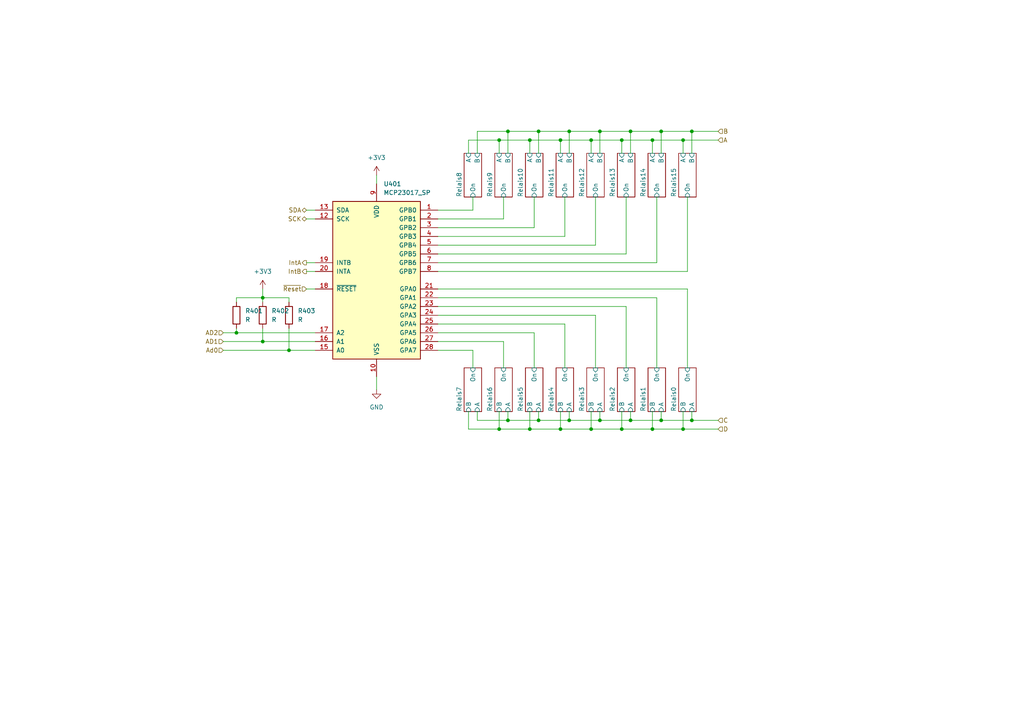
<source format=kicad_sch>
(kicad_sch (version 20211123) (generator eeschema)
  (paper "A4")
  (lib_symbols
    (symbol "Device:R" (pin_numbers hide) (pin_names (offset 0))
      (property "Reference" "R" (at 2.032 0 90))
      (property "Value" "R" (at 0 0 90))
      (symbol "R_0_1"
        (rectangle (start -1.016 -2.54) (end 1.016 2.54) (stroke (width 0.254)))
      )
      (symbol "R_1_1"
        (pin passive line (at 0 3.81 270) (length 1.27) (name "~") (number "1"))
        (pin passive line (at 0 -3.81 90) (length 1.27) (name "~") (number "2"))
      )
    )
    (symbol "Interface_Expansion:MCP23017_SP" (pin_names (offset 1.016))
      (property "Reference" "U" (at -11.43 24.13 0))
      (property "Value" "MCP23017_SP" (at 0 0 0))
      (symbol "MCP23017_SP_0_1"
        (rectangle (start -12.7 22.86) (end 12.7 -22.86) (stroke (width 0.254)) (fill (type background)))
      )
      (symbol "MCP23017_SP_1_1"
        (pin bidirectional line (at 17.78 20.32 180) (length 5.08) (name "GPB0") (number "1"))
        (pin power_in line (at 0 -27.94 90) (length 5.08) (name "VSS") (number "10"))
        (pin no_connect line (at -12.7 15.24 0) (length 5.08) hide (name "NC") (number "11"))
        (pin input line (at -17.78 17.78 0) (length 5.08) (name "SCK") (number "12"))
        (pin bidirectional line (at -17.78 20.32 0) (length 5.08) (name "SDA") (number "13"))
        (pin no_connect line (at -12.7 12.7 0) (length 5.08) hide (name "NC") (number "14"))
        (pin input line (at -17.78 -20.32 0) (length 5.08) (name "A0") (number "15"))
        (pin input line (at -17.78 -17.78 0) (length 5.08) (name "A1") (number "16"))
        (pin input line (at -17.78 -15.24 0) (length 5.08) (name "A2") (number "17"))
        (pin input line (at -17.78 -2.54 0) (length 5.08) (name "~{RESET}") (number "18"))
        (pin tri_state line (at -17.78 5.08 0) (length 5.08) (name "INTB") (number "19"))
        (pin bidirectional line (at 17.78 17.78 180) (length 5.08) (name "GPB1") (number "2"))
        (pin tri_state line (at -17.78 2.54 0) (length 5.08) (name "INTA") (number "20"))
        (pin bidirectional line (at 17.78 -2.54 180) (length 5.08) (name "GPA0") (number "21"))
        (pin bidirectional line (at 17.78 -5.08 180) (length 5.08) (name "GPA1") (number "22"))
        (pin bidirectional line (at 17.78 -7.62 180) (length 5.08) (name "GPA2") (number "23"))
        (pin bidirectional line (at 17.78 -10.16 180) (length 5.08) (name "GPA3") (number "24"))
        (pin bidirectional line (at 17.78 -12.7 180) (length 5.08) (name "GPA4") (number "25"))
        (pin bidirectional line (at 17.78 -15.24 180) (length 5.08) (name "GPA5") (number "26"))
        (pin bidirectional line (at 17.78 -17.78 180) (length 5.08) (name "GPA6") (number "27"))
        (pin bidirectional line (at 17.78 -20.32 180) (length 5.08) (name "GPA7") (number "28"))
        (pin bidirectional line (at 17.78 15.24 180) (length 5.08) (name "GPB2") (number "3"))
        (pin bidirectional line (at 17.78 12.7 180) (length 5.08) (name "GPB3") (number "4"))
        (pin bidirectional line (at 17.78 10.16 180) (length 5.08) (name "GPB4") (number "5"))
        (pin bidirectional line (at 17.78 7.62 180) (length 5.08) (name "GPB5") (number "6"))
        (pin bidirectional line (at 17.78 5.08 180) (length 5.08) (name "GPB6") (number "7"))
        (pin bidirectional line (at 17.78 2.54 180) (length 5.08) (name "GPB7") (number "8"))
        (pin power_in line (at 0 27.94 270) (length 5.08) (name "VDD") (number "9"))
      )
    )
    (symbol "power:+3.3V" (power) (pin_names (offset 0))
      (property "Value" "+3.3V" (at 0 3.556 0))
      (symbol "+3.3V_0_1"
        (polyline (pts (xy -0.762 1.27) (xy 0 2.54)))
        (polyline (pts (xy 0 0) (xy 0 2.54)))
        (polyline (pts (xy 0 2.54) (xy 0.762 1.27)))
      )
      (symbol "+3.3V_1_1"
        (pin power_in line (at 0 0 90) (length 0) hide (name "+3V3") (number "1"))
      )
    )
    (symbol "power:GND" (power) (pin_names (offset 0))
      (property "Value" "GND" (at 0 -3.81 0))
      (symbol "GND_0_1"
        (polyline (pts (xy 0 0) (xy 0 -1.27) (xy 1.27 -1.27) (xy 0 -2.54) (xy -1.27 -1.27) (xy 0 -1.27)))
      )
      (symbol "GND_1_1"
        (pin power_in line (at 0 0 270) (length 0) hide (name "GND") (number "1"))
      )
    )
  )
  (junction (at 162.56 40.64))
  (junction (at 200.66 38.1))
  (junction (at 165.1 38.1))
  (junction (at 147.32 38.1))
  (junction (at 191.77 121.92))
  (junction (at 189.23 124.46))
  (junction (at 156.21 38.1))
  (junction (at 198.12 124.46))
  (junction (at 171.45 40.64))
  (junction (at 144.78 124.46))
  (junction (at 198.12 40.64))
  (junction (at 162.56 124.46))
  (junction (at 182.88 121.92))
  (junction (at 165.1 121.92))
  (junction (at 76.2 86.36))
  (junction (at 156.21 121.92))
  (junction (at 189.23 40.64))
  (junction (at 153.67 124.46))
  (junction (at 191.77 38.1))
  (junction (at 200.66 121.92))
  (junction (at 147.32 121.92))
  (junction (at 173.99 38.1))
  (junction (at 171.45 124.46))
  (junction (at 173.99 121.92))
  (junction (at 153.67 40.64))
  (junction (at 76.2 99.06))
  (junction (at 182.88 38.1))
  (junction (at 68.58 96.52))
  (junction (at 144.78 40.64))
  (junction (at 180.34 40.64))
  (junction (at 83.82 101.6))
  (junction (at 180.34 124.46))
  (wire (pts (xy 200.66 38.1) (xy 191.77 38.1)))
  (wire (pts (xy 127 96.52) (xy 154.94 96.52)))
  (wire (pts (xy 127 88.9) (xy 181.61 88.9)))
  (wire (pts (xy 172.72 91.44) (xy 172.72 106.68)))
  (wire (pts (xy 198.12 124.46) (xy 189.23 124.46)))
  (wire (pts (xy 147.32 119.38) (xy 147.32 121.92)))
  (wire (pts (xy 163.83 93.98) (xy 127 93.98)))
  (wire (pts (xy 156.21 38.1) (xy 147.32 38.1)))
  (wire (pts (xy 198.12 40.64) (xy 198.12 44.45)))
  (wire (pts (xy 180.34 124.46) (xy 171.45 124.46)))
  (wire (pts (xy 68.58 86.36) (xy 68.58 87.63)))
  (wire (pts (xy 127 66.04) (xy 154.94 66.04)))
  (wire (pts (xy 147.32 121.92) (xy 156.21 121.92)))
  (wire (pts (xy 180.34 119.38) (xy 180.34 124.46)))
  (wire (pts (xy 156.21 38.1) (xy 156.21 44.45)))
  (wire (pts (xy 182.88 38.1) (xy 182.88 44.45)))
  (wire (pts (xy 88.9 83.82) (xy 91.44 83.82)))
  (wire (pts (xy 127 101.6) (xy 137.16 101.6)))
  (wire (pts (xy 163.83 68.58) (xy 163.83 57.15)))
  (wire (pts (xy 173.99 38.1) (xy 165.1 38.1)))
  (wire (pts (xy 162.56 119.38) (xy 162.56 124.46)))
  (wire (pts (xy 182.88 121.92) (xy 191.77 121.92)))
  (wire (pts (xy 180.34 40.64) (xy 180.34 44.45)))
  (wire (pts (xy 191.77 119.38) (xy 191.77 121.92)))
  (wire (pts (xy 146.05 57.15) (xy 146.05 63.5)))
  (wire (pts (xy 68.58 95.25) (xy 68.58 96.52)))
  (wire (pts (xy 146.05 99.06) (xy 127 99.06)))
  (wire (pts (xy 171.45 40.64) (xy 171.45 44.45)))
  (wire (pts (xy 137.16 101.6) (xy 137.16 106.68)))
  (wire (pts (xy 83.82 101.6) (xy 91.44 101.6)))
  (wire (pts (xy 144.78 40.64) (xy 144.78 44.45)))
  (wire (pts (xy 171.45 40.64) (xy 180.34 40.64)))
  (wire (pts (xy 135.89 40.64) (xy 144.78 40.64)))
  (wire (pts (xy 153.67 124.46) (xy 144.78 124.46)))
  (wire (pts (xy 127 60.96) (xy 137.16 60.96)))
  (wire (pts (xy 198.12 119.38) (xy 198.12 124.46)))
  (wire (pts (xy 135.89 44.45) (xy 135.89 40.64)))
  (wire (pts (xy 144.78 119.38) (xy 144.78 124.46)))
  (wire (pts (xy 138.43 121.92) (xy 147.32 121.92)))
  (wire (pts (xy 153.67 40.64) (xy 162.56 40.64)))
  (wire (pts (xy 109.22 109.22) (xy 109.22 113.03)))
  (wire (pts (xy 76.2 99.06) (xy 91.44 99.06)))
  (wire (pts (xy 199.39 78.74) (xy 199.39 57.15)))
  (wire (pts (xy 88.9 63.5) (xy 91.44 63.5)))
  (wire (pts (xy 182.88 119.38) (xy 182.88 121.92)))
  (wire (pts (xy 190.5 86.36) (xy 190.5 106.68)))
  (wire (pts (xy 200.66 44.45) (xy 200.66 38.1)))
  (wire (pts (xy 200.66 38.1) (xy 208.28 38.1)))
  (wire (pts (xy 156.21 121.92) (xy 165.1 121.92)))
  (wire (pts (xy 198.12 40.64) (xy 208.28 40.64)))
  (wire (pts (xy 163.83 106.68) (xy 163.83 93.98)))
  (wire (pts (xy 127 78.74) (xy 199.39 78.74)))
  (wire (pts (xy 189.23 40.64) (xy 189.23 44.45)))
  (wire (pts (xy 88.9 76.2) (xy 91.44 76.2)))
  (wire (pts (xy 147.32 38.1) (xy 147.32 44.45)))
  (wire (pts (xy 83.82 87.63) (xy 83.82 86.36)))
  (wire (pts (xy 198.12 124.46) (xy 208.28 124.46)))
  (wire (pts (xy 165.1 38.1) (xy 156.21 38.1)))
  (wire (pts (xy 127 83.82) (xy 199.39 83.82)))
  (wire (pts (xy 127 71.12) (xy 172.72 71.12)))
  (wire (pts (xy 88.9 78.74) (xy 91.44 78.74)))
  (wire (pts (xy 127 63.5) (xy 146.05 63.5)))
  (wire (pts (xy 165.1 38.1) (xy 165.1 44.45)))
  (wire (pts (xy 88.9 60.96) (xy 91.44 60.96)))
  (wire (pts (xy 191.77 38.1) (xy 191.77 44.45)))
  (wire (pts (xy 64.77 96.52) (xy 68.58 96.52)))
  (wire (pts (xy 200.66 121.92) (xy 208.28 121.92)))
  (wire (pts (xy 162.56 40.64) (xy 162.56 44.45)))
  (wire (pts (xy 147.32 38.1) (xy 138.43 38.1)))
  (wire (pts (xy 153.67 40.64) (xy 153.67 44.45)))
  (wire (pts (xy 153.67 119.38) (xy 153.67 124.46)))
  (wire (pts (xy 127 73.66) (xy 181.61 73.66)))
  (wire (pts (xy 68.58 96.52) (xy 91.44 96.52)))
  (wire (pts (xy 127 91.44) (xy 172.72 91.44)))
  (wire (pts (xy 144.78 40.64) (xy 153.67 40.64)))
  (wire (pts (xy 181.61 73.66) (xy 181.61 57.15)))
  (wire (pts (xy 83.82 95.25) (xy 83.82 101.6)))
  (wire (pts (xy 127 76.2) (xy 190.5 76.2)))
  (wire (pts (xy 76.2 86.36) (xy 68.58 86.36)))
  (wire (pts (xy 109.22 50.8) (xy 109.22 53.34)))
  (wire (pts (xy 76.2 86.36) (xy 76.2 87.63)))
  (wire (pts (xy 191.77 121.92) (xy 200.66 121.92)))
  (wire (pts (xy 189.23 40.64) (xy 198.12 40.64)))
  (wire (pts (xy 64.77 101.6) (xy 83.82 101.6)))
  (wire (pts (xy 171.45 119.38) (xy 171.45 124.46)))
  (wire (pts (xy 190.5 76.2) (xy 190.5 57.15)))
  (wire (pts (xy 162.56 40.64) (xy 171.45 40.64)))
  (wire (pts (xy 199.39 106.68) (xy 199.39 83.82)))
  (wire (pts (xy 156.21 119.38) (xy 156.21 121.92)))
  (wire (pts (xy 138.43 119.38) (xy 138.43 121.92)))
  (wire (pts (xy 165.1 119.38) (xy 165.1 121.92)))
  (wire (pts (xy 182.88 38.1) (xy 173.99 38.1)))
  (wire (pts (xy 181.61 106.68) (xy 181.61 88.9)))
  (wire (pts (xy 138.43 38.1) (xy 138.43 44.45)))
  (wire (pts (xy 135.89 119.38) (xy 135.89 124.46)))
  (wire (pts (xy 137.16 60.96) (xy 137.16 57.15)))
  (wire (pts (xy 165.1 121.92) (xy 173.99 121.92)))
  (wire (pts (xy 154.94 66.04) (xy 154.94 57.15)))
  (wire (pts (xy 76.2 83.82) (xy 76.2 86.36)))
  (wire (pts (xy 171.45 124.46) (xy 162.56 124.46)))
  (wire (pts (xy 173.99 119.38) (xy 173.99 121.92)))
  (wire (pts (xy 162.56 124.46) (xy 153.67 124.46)))
  (wire (pts (xy 127 86.36) (xy 190.5 86.36)))
  (wire (pts (xy 173.99 121.92) (xy 182.88 121.92)))
  (wire (pts (xy 83.82 86.36) (xy 76.2 86.36)))
  (wire (pts (xy 154.94 96.52) (xy 154.94 106.68)))
  (wire (pts (xy 64.77 99.06) (xy 76.2 99.06)))
  (wire (pts (xy 127 68.58) (xy 163.83 68.58)))
  (wire (pts (xy 76.2 95.25) (xy 76.2 99.06)))
  (wire (pts (xy 146.05 106.68) (xy 146.05 99.06)))
  (wire (pts (xy 173.99 38.1) (xy 173.99 44.45)))
  (wire (pts (xy 172.72 71.12) (xy 172.72 57.15)))
  (wire (pts (xy 189.23 124.46) (xy 180.34 124.46)))
  (wire (pts (xy 144.78 124.46) (xy 135.89 124.46)))
  (wire (pts (xy 180.34 40.64) (xy 189.23 40.64)))
  (wire (pts (xy 189.23 119.38) (xy 189.23 124.46)))
  (wire (pts (xy 191.77 38.1) (xy 182.88 38.1)))
  (wire (pts (xy 200.66 121.92) (xy 200.66 119.38)))
  (hierarchical_label "B" (shape input) (at 208.28 38.1 0))
  (hierarchical_label "~{Reset}" (shape input) (at 88.9 83.82 180))
  (hierarchical_label "A" (shape input) (at 208.28 40.64 0))
  (hierarchical_label "C" (shape input) (at 208.28 121.92 0))
  (hierarchical_label "AD2" (shape input) (at 64.77 96.52 180))
  (hierarchical_label "D" (shape input) (at 208.28 124.46 0))
  (hierarchical_label "IntA" (shape output) (at 88.9 76.2 180))
  (hierarchical_label "SDA" (shape bidirectional) (at 88.9 60.96 180))
  (hierarchical_label "SCK" (shape bidirectional) (at 88.9 63.5 180))
  (hierarchical_label "AD1" (shape input) (at 64.77 99.06 180))
  (hierarchical_label "Ad0" (shape input) (at 64.77 101.6 180))
  (hierarchical_label "IntB" (shape output) (at 88.9 78.74 180))
  (symbol (lib_id "power:+3.3V") (at 109.22 50.8 0) (unit 1)
    (property "Reference" "#PWR0401" (effects hide))
    (property "Value" "+3.3V" (at 109.22 45.72 0))
  )
  (symbol (lib_id "Device:R") (at 68.58 91.44 0) (unit 1)
    (property "Reference" "R401" (at 71.12 90.1699 0) (effects (justify left)))
    (property "Value" "R" (at 71.12 92.7099 0) (effects (justify left)))
    (property "Footprint" "Resistor_THT:R_Axial_DIN0207_L6.3mm_D2.5mm_P10.16mm_Horizontal" (effects hide))
  )
  (symbol (lib_id "Device:R") (at 76.2 91.44 0) (unit 1)
    (property "Reference" "R402" (at 78.74 90.1699 0) (effects (justify left)))
    (property "Value" "R" (at 78.74 92.7099 0) (effects (justify left)))
    (property "Footprint" "Resistor_THT:R_Axial_DIN0207_L6.3mm_D2.5mm_P10.16mm_Horizontal" (effects hide))
  )
  (symbol (lib_id "power:+3.3V") (at 76.2 83.82 0) (unit 1)
    (property "Reference" "#PWR0402" (effects hide))
    (property "Value" "+3.3V" (at 76.2 78.74 0))
  )
  (symbol (lib_id "Device:R") (at 83.82 91.44 0) (unit 1)
    (property "Reference" "R403" (at 86.36 90.1699 0) (effects (justify left)))
    (property "Value" "R" (at 86.36 92.7099 0) (effects (justify left)))
    (property "Footprint" "Resistor_THT:R_Axial_DIN0207_L6.3mm_D2.5mm_P10.16mm_Horizontal" (effects hide))
  )
  (symbol (lib_id "Interface_Expansion:MCP23017_SP") (at 109.22 81.28 0) (unit 1)
    (property "Reference" "U401" (at 111.2394 53.34 0) (effects (justify left)))
    (property "Value" "MCP23017_SP" (at 111.2394 55.88 0) (effects (justify left)))
    (property "Footprint" "Package_DIP:DIP-28_W7.62mm" (effects hide))
    (property "Datasheet" "http://ww1.microchip.com/downloads/en/DeviceDoc/20001952C.pdf" (effects hide))
  )
  (symbol (lib_id "power:GND") (at 109.22 113.03 0) (unit 1)
    (property "Reference" "#PWR0403" (effects hide))
    (property "Value" "GND" (at 109.22 118.11 0))
  )
  (sheet (at 134.62 106.68) (size 5.08 12.7) (stroke (width 0.1524))
    (property "Sheet name" "Relais7" (at 133.9084 119.38 90) (effects (justify left bottom)))
    (property "Sheet file" "Relais.kicad_sch" (effects hide))
    (pin "B" input (at 135.89 119.38 270))
    (pin "A" input (at 138.43 119.38 270))
    (pin "On" input (at 137.16 106.68 90))
  )
  (sheet (at 187.96 44.45) (size 5.08 12.7) (stroke (width 0.1524))
    (property "Sheet name" "Relais14" (at 187.2484 57.15 90) (effects (justify left bottom)))
    (property "Sheet file" "Relais.kicad_sch" (effects hide))
    (pin "B" input (at 191.77 44.45 90))
    (pin "A" input (at 189.23 44.45 90))
    (pin "On" input (at 190.5 57.15 270))
  )
  (sheet (at 143.51 106.68) (size 5.08 12.7) (stroke (width 0.1524))
    (property "Sheet name" "Relais6" (at 142.7984 119.38 90) (effects (justify left bottom)))
    (property "Sheet file" "Relais.kicad_sch" (effects hide))
    (pin "B" input (at 144.78 119.38 270))
    (pin "A" input (at 147.32 119.38 270))
    (pin "On" input (at 146.05 106.68 90))
  )
  (sheet (at 196.85 44.45) (size 5.08 12.7) (stroke (width 0.1524))
    (property "Sheet name" "Relais15" (at 196.1384 57.15 90) (effects (justify left bottom)))
    (property "Sheet file" "Relais.kicad_sch" (effects hide))
    (pin "B" input (at 200.66 44.45 90))
    (pin "A" input (at 198.12 44.45 90))
    (pin "On" input (at 199.39 57.15 270))
  )
  (sheet (at 179.07 106.68) (size 5.08 12.7) (stroke (width 0.1524))
    (property "Sheet name" "Relais2" (at 178.3584 119.38 90) (effects (justify left bottom)))
    (property "Sheet file" "Relais.kicad_sch" (effects hide))
    (pin "B" input (at 180.34 119.38 270))
    (pin "A" input (at 182.88 119.38 270))
    (pin "On" input (at 181.61 106.68 90))
  )
  (sheet (at 161.29 106.68) (size 5.08 12.7) (stroke (width 0.1524))
    (property "Sheet name" "Relais4" (at 160.5784 119.38 90) (effects (justify left bottom)))
    (property "Sheet file" "Relais.kicad_sch" (effects hide))
    (pin "B" input (at 162.56 119.38 270))
    (pin "A" input (at 165.1 119.38 270))
    (pin "On" input (at 163.83 106.68 90))
  )
  (sheet (at 143.51 44.45) (size 5.08 12.7) (stroke (width 0.1524))
    (property "Sheet name" "Relais9" (at 142.7984 57.15 90) (effects (justify left bottom)))
    (property "Sheet file" "Relais.kicad_sch" (effects hide))
    (pin "B" input (at 147.32 44.45 90))
    (pin "A" input (at 144.78 44.45 90))
    (pin "On" input (at 146.05 57.15 270))
  )
  (sheet (at 134.62 44.45) (size 5.08 12.7) (stroke (width 0.1524))
    (property "Sheet name" "Relais8" (at 133.9084 57.15 90) (effects (justify left bottom)))
    (property "Sheet file" "Relais.kicad_sch" (effects hide))
    (pin "B" input (at 138.43 44.45 90))
    (pin "A" input (at 135.89 44.45 90))
    (pin "On" input (at 137.16 57.15 270))
  )
  (sheet (at 187.96 106.68) (size 5.08 12.7) (stroke (width 0.1524))
    (property "Sheet name" "Relais1" (at 187.2484 119.38 90) (effects (justify left bottom)))
    (property "Sheet file" "Relais.kicad_sch" (effects hide))
    (pin "B" input (at 189.23 119.38 270))
    (pin "A" input (at 191.77 119.38 270))
    (pin "On" input (at 190.5 106.68 90))
  )
  (sheet (at 170.18 44.45) (size 5.08 12.7) (stroke (width 0.1524))
    (property "Sheet name" "Relais12" (at 169.4684 57.15 90) (effects (justify left bottom)))
    (property "Sheet file" "Relais.kicad_sch" (effects hide))
    (pin "B" input (at 173.99 44.45 90))
    (pin "A" input (at 171.45 44.45 90))
    (pin "On" input (at 172.72 57.15 270))
  )
  (sheet (at 170.18 106.68) (size 5.08 12.7) (stroke (width 0.1524))
    (property "Sheet name" "Relais3" (at 169.4684 119.38 90) (effects (justify left bottom)))
    (property "Sheet file" "Relais.kicad_sch" (effects hide))
    (pin "B" input (at 171.45 119.38 270))
    (pin "A" input (at 173.99 119.38 270))
    (pin "On" input (at 172.72 106.68 90))
  )
  (sheet (at 161.29 44.45) (size 5.08 12.7) (stroke (width 0.1524))
    (property "Sheet name" "Relais11" (at 160.5784 57.15 90) (effects (justify left bottom)))
    (property "Sheet file" "Relais.kicad_sch" (effects hide))
    (pin "B" input (at 165.1 44.45 90))
    (pin "A" input (at 162.56 44.45 90))
    (pin "On" input (at 163.83 57.15 270))
  )
  (sheet (at 179.07 44.45) (size 5.08 12.7) (stroke (width 0.1524))
    (property "Sheet name" "Relais13" (at 178.3584 57.15 90) (effects (justify left bottom)))
    (property "Sheet file" "Relais.kicad_sch" (effects hide))
    (pin "B" input (at 182.88 44.45 90))
    (pin "A" input (at 180.34 44.45 90))
    (pin "On" input (at 181.61 57.15 270))
  )
  (sheet (at 152.4 106.68) (size 5.08 12.7) (stroke (width 0.1524))
    (property "Sheet name" "Relais5" (at 151.6884 119.38 90) (effects (justify left bottom)))
    (property "Sheet file" "Relais.kicad_sch" (effects hide))
    (pin "B" input (at 153.67 119.38 270))
    (pin "A" input (at 156.21 119.38 270))
    (pin "On" input (at 154.94 106.68 90))
  )
  (sheet (at 196.85 106.68) (size 5.08 12.7) (stroke (width 0.1524))
    (property "Sheet name" "Relais0" (at 196.1384 119.38 90) (effects (justify left bottom)))
    (property "Sheet file" "Relais.kicad_sch" (effects hide))
    (pin "B" input (at 198.12 119.38 270))
    (pin "A" input (at 200.66 119.38 270))
    (pin "On" input (at 199.39 106.68 90))
  )
  (sheet (at 152.4 44.45) (size 5.08 12.7) (stroke (width 0.1524))
    (property "Sheet name" "Relais10" (at 151.6884 57.15 90) (effects (justify left bottom)))
    (property "Sheet file" "Relais.kicad_sch" (effects hide))
    (pin "B" input (at 156.21 44.45 90))
    (pin "A" input (at 153.67 44.45 90))
    (pin "On" input (at 154.94 57.15 270))
  )
)
</source>
